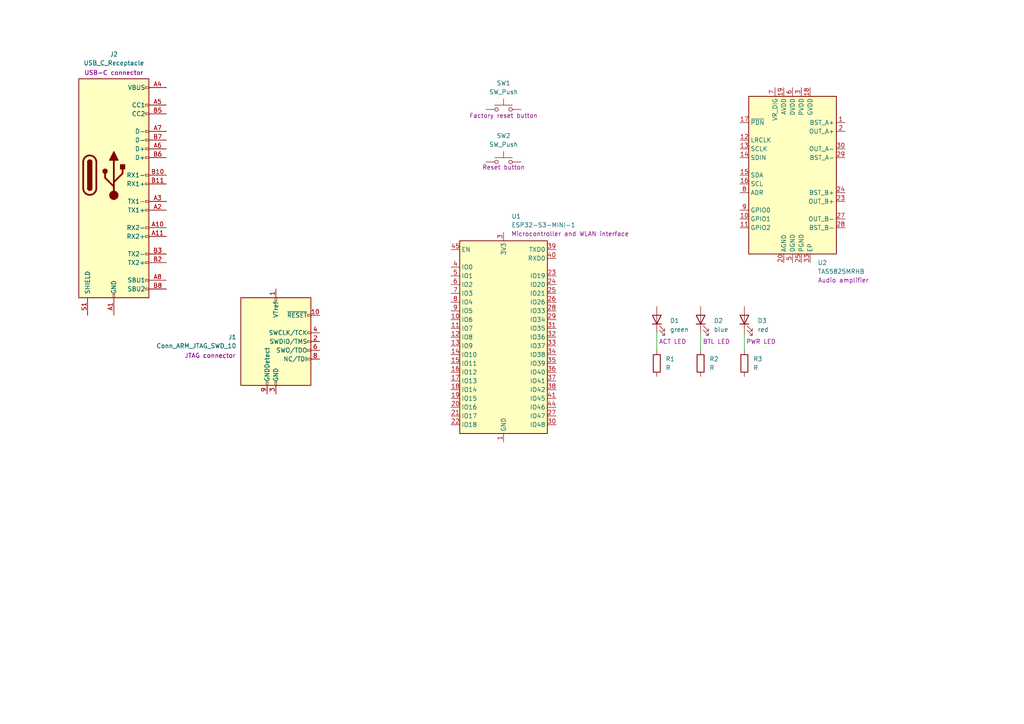
<source format=kicad_sch>
(kicad_sch (version 20231120) (generator "eeschema") (generator_version "8.0")
  (paper "A4")
  (title_block (title "soundbox"))
  (lib_symbols
    (symbol "Amplifier_Audio:TAS5825MRHB"
      (property "Reference" "U" (at -11.43 24.13 0))
      (property "Value" "TAS5825MRHB" (at 13.97 24.13 0))
      (symbol "TAS5825MRHB_0_1"
        (rectangle (start -12.7 22.86) (end 12.7 -22.86) (stroke (width 0.254)) (fill (type background)))
      )
      (symbol "TAS5825MRHB_1_1"
        (pin passive line (at 15.24 15.24 180) (length 2.54) (name "BST_A+") (number "1"))
        (pin bidirectional line (at -15.24 -12.7 0) (length 2.54) (name "GPIO1") (number "10"))
        (pin bidirectional line (at -15.24 -15.24 0) (length 2.54) (name "GPIO2") (number "11"))
        (pin input line (at -15.24 10.16 0) (length 2.54) (name "LRCLK") (number "12"))
        (pin input line (at -15.24 7.62 0) (length 2.54) (name "SCLK") (number "13"))
        (pin input line (at -15.24 5.08 0) (length 2.54) (name "SDIN") (number "14"))
        (pin bidirectional line (at -15.24 0 0) (length 2.54) (name "SDA") (number "15"))
        (pin input line (at -15.24 -2.54 0) (length 2.54) (name "SCL") (number "16"))
        (pin input line (at -15.24 15.24 0) (length 2.54) (name "~{PDN}") (number "17"))
        (pin passive line (at 5.08 25.4 270) (length 2.54) (name "GVDD") (number "18"))
        (pin passive line (at -2.54 25.4 270) (length 2.54) (name "AVDD") (number "19"))
        (pin output line (at 15.24 12.7 180) (length 2.54) (name "OUT_A+") (number "2"))
        (pin power_in line (at -2.54 -25.4 90) (length 2.54) (name "AGND") (number "20"))
        (pin passive line (at 2.54 25.4 270) (length 2.54) hide (name "PVDD") (number "21"))
        (pin passive line (at 2.54 25.4 270) (length 2.54) hide (name "PVDD") (number "22"))
        (pin output line (at 15.24 -7.62 180) (length 2.54) (name "OUT_B+") (number "23"))
        (pin passive line (at 15.24 -5.08 180) (length 2.54) (name "BST_B+") (number "24"))
        (pin power_in line (at 2.54 -25.4 90) (length 2.54) (name "PGND") (number "25"))
        (pin passive line (at 2.54 -25.4 90) (length 2.54) hide (name "PGND") (number "26"))
        (pin output line (at 15.24 -12.7 180) (length 2.54) (name "OUT_B-") (number "27"))
        (pin passive line (at 15.24 -15.24 180) (length 2.54) (name "BST_B-") (number "28"))
        (pin passive line (at 15.24 5.08 180) (length 2.54) (name "BST_A-") (number "29"))
        (pin power_in line (at 2.54 25.4 270) (length 2.54) (name "PVDD") (number "3"))
        (pin output line (at 15.24 7.62 180) (length 2.54) (name "OUT_A-") (number "30"))
        (pin passive line (at 2.54 -25.4 90) (length 2.54) hide (name "PGND") (number "31"))
        (pin passive line (at 2.54 -25.4 90) (length 2.54) hide (name "PGND") (number "32"))
        (pin passive line (at 5.08 -25.4 90) (length 2.54) (name "EP") (number "33"))
        (pin passive line (at 2.54 25.4 270) (length 2.54) hide (name "PVDD") (number "4"))
        (pin power_in line (at 0 -25.4 90) (length 2.54) (name "DGND") (number "5"))
        (pin power_in line (at 0 25.4 270) (length 2.54) (name "DVDD") (number "6"))
        (pin passive line (at -5.08 25.4 270) (length 2.54) (name "VR_DIG") (number "7"))
        (pin passive line (at -15.24 -5.08 0) (length 2.54) (name "ADR") (number "8"))
        (pin bidirectional line (at -15.24 -10.16 0) (length 2.54) (name "GPIO0") (number "9"))
      )
    )
    (symbol "Connector:Conn_ARM_JTAG_SWD_10" (pin_names (offset 1.016))
      (property "Reference" "J" (at -2.54 16.51 0))
      (property "Value" "Conn_ARM_JTAG_SWD_10" (at -2.54 13.97 0))
      (symbol "Conn_ARM_JTAG_SWD_10_0_1"
        (rectangle (start -10.16 12.7) (end 10.16 -12.7) (stroke (width 0.254)) (fill (type background)))
        (rectangle (start -2.794 -12.7) (end -2.286 -11.684))
        (rectangle (start -0.254 -12.7) (end 0.254 -11.684))
        (rectangle (start -0.254 12.7) (end 0.254 11.684))
        (rectangle (start 9.144 2.286) (end 10.16 2.794))
        (rectangle (start 10.16 -2.794) (end 9.144 -2.286))
        (rectangle (start 10.16 -0.254) (end 9.144 0.254))
        (rectangle (start 10.16 7.874) (end 9.144 7.366))
      )
      (symbol "Conn_ARM_JTAG_SWD_10_1_1"
        (rectangle (start 9.144 -5.334) (end 10.16 -4.826))
        (pin power_in line (at 0 15.24 270) (length 2.54) (name "VTref") (number "1"))
        (pin open_collector line (at 12.7 7.62 180) (length 2.54) (name "~{RESET}") (number "10"))
        (pin bidirectional line (at 12.7 0 180) (length 2.54) (name "SWDIO/TMS") (number "2"))
        (pin power_in line (at 0 -15.24 90) (length 2.54) (name "GND") (number "3"))
        (pin output line (at 12.7 2.54 180) (length 2.54) (name "SWCLK/TCK") (number "4"))
        (pin passive line (at 0 -15.24 90) (length 2.54) hide (name "GND") (number "5"))
        (pin input line (at 12.7 -2.54 180) (length 2.54) (name "SWO/TDO") (number "6"))
        (pin no_connect line (at -10.16 0 0) (length 2.54) hide (name "KEY") (number "7"))
        (pin output line (at 12.7 -5.08 180) (length 2.54) (name "NC/TDI") (number "8"))
        (pin passive line (at -2.54 -15.24 90) (length 2.54) (name "GNDDetect") (number "9"))
      )
    )
    (symbol "Connector:USB_C_Receptacle" (pin_names (offset 1.016))
      (property "Reference" "J" (at -10.16 29.21 0))
      (property "Value" "USB_C_Receptacle" (at 10.16 29.21 0))
      (symbol "USB_C_Receptacle_0_0"
        (rectangle (start -0.254 -35.56) (end 0.254 -34.544))
        (rectangle (start 10.16 -32.766) (end 9.144 -33.274))
        (rectangle (start 10.16 -30.226) (end 9.144 -30.734))
        (rectangle (start 10.16 -25.146) (end 9.144 -25.654))
        (rectangle (start 10.16 -22.606) (end 9.144 -23.114))
        (rectangle (start 10.16 -17.526) (end 9.144 -18.034))
        (rectangle (start 10.16 -14.986) (end 9.144 -15.494))
        (rectangle (start 10.16 -9.906) (end 9.144 -10.414))
        (rectangle (start 10.16 -7.366) (end 9.144 -7.874))
        (rectangle (start 10.16 -2.286) (end 9.144 -2.794))
        (rectangle (start 10.16 0.254) (end 9.144 -0.254))
        (rectangle (start 10.16 5.334) (end 9.144 4.826))
        (rectangle (start 10.16 7.874) (end 9.144 7.366))
        (rectangle (start 10.16 10.414) (end 9.144 9.906))
        (rectangle (start 10.16 12.954) (end 9.144 12.446))
        (rectangle (start 10.16 18.034) (end 9.144 17.526))
        (rectangle (start 10.16 20.574) (end 9.144 20.066))
        (rectangle (start 10.16 25.654) (end 9.144 25.146))
      )
      (symbol "USB_C_Receptacle_0_1"
        (rectangle (start -10.16 27.94) (end 10.16 -35.56) (stroke (width 0.254)) (fill (type background)))
        (arc (start -8.89 -3.81) (mid -6.985 -5.7067) (end -5.08 -3.81) (stroke (width 0.508)))
        (arc (start -7.62 -3.81) (mid -6.985 -4.4423) (end -6.35 -3.81) (stroke (width 0.254)))
        (arc (start -7.62 -3.81) (mid -6.985 -4.4423) (end -6.35 -3.81) (stroke (width 0.254)) (fill (type outline)))
        (rectangle (start -7.62 -3.81) (end -6.35 3.81) (stroke (width 0.254)) (fill (type outline)))
        (arc (start -6.35 3.81) (mid -6.985 4.4423) (end -7.62 3.81) (stroke (width 0.254)))
        (arc (start -6.35 3.81) (mid -6.985 4.4423) (end -7.62 3.81) (stroke (width 0.254)) (fill (type outline)))
        (arc (start -5.08 3.81) (mid -6.985 5.7067) (end -8.89 3.81) (stroke (width 0.508)))
        (polyline (pts (xy -8.89 -3.81) (xy -8.89 3.81)) (stroke (width 0.508)))
        (polyline (pts (xy -5.08 3.81) (xy -5.08 -3.81)) (stroke (width 0.508)))
      )
      (symbol "USB_C_Receptacle_1_1"
        (circle (center -2.54 1.143) (radius 0.635) (stroke (width 0.254)) (fill (type outline)))
        (circle (center 0 -5.842) (radius 1.27) (fill (type outline)))
        (polyline (pts (xy 0 -5.842) (xy 0 4.318)) (stroke (width 0.508)))
        (polyline (pts (xy 0 -3.302) (xy -2.54 -0.762) (xy -2.54 0.508)) (stroke (width 0.508)))
        (polyline (pts (xy 0 -2.032) (xy 2.54 0.508) (xy 2.54 1.778)) (stroke (width 0.508)))
        (polyline (pts (xy -1.27 4.318) (xy 0 6.858) (xy 1.27 4.318) (xy -1.27 4.318)) (stroke (width 0.254)) (fill (type outline)))
        (rectangle (start 1.905 1.778) (end 3.175 3.048) (stroke (width 0.254)) (fill (type outline)))
        (pin passive line (at 0 -40.64 90) (length 5.08) (name "GND") (number "A1"))
        (pin bidirectional line (at 15.24 -15.24 180) (length 5.08) (name "RX2-") (number "A10"))
        (pin bidirectional line (at 15.24 -17.78 180) (length 5.08) (name "RX2+") (number "A11"))
        (pin passive line (at 0 -40.64 90) (length 5.08) hide (name "GND") (number "A12"))
        (pin bidirectional line (at 15.24 -10.16 180) (length 5.08) (name "TX1+") (number "A2"))
        (pin bidirectional line (at 15.24 -7.62 180) (length 5.08) (name "TX1-") (number "A3"))
        (pin passive line (at 15.24 25.4 180) (length 5.08) (name "VBUS") (number "A4"))
        (pin bidirectional line (at 15.24 20.32 180) (length 5.08) (name "CC1") (number "A5"))
        (pin bidirectional line (at 15.24 7.62 180) (length 5.08) (name "D+") (number "A6"))
        (pin bidirectional line (at 15.24 12.7 180) (length 5.08) (name "D-") (number "A7"))
        (pin bidirectional line (at 15.24 -30.48 180) (length 5.08) (name "SBU1") (number "A8"))
        (pin passive line (at 15.24 25.4 180) (length 5.08) hide (name "VBUS") (number "A9"))
        (pin passive line (at 0 -40.64 90) (length 5.08) hide (name "GND") (number "B1"))
        (pin bidirectional line (at 15.24 0 180) (length 5.08) (name "RX1-") (number "B10"))
        (pin bidirectional line (at 15.24 -2.54 180) (length 5.08) (name "RX1+") (number "B11"))
        (pin passive line (at 0 -40.64 90) (length 5.08) hide (name "GND") (number "B12"))
        (pin bidirectional line (at 15.24 -25.4 180) (length 5.08) (name "TX2+") (number "B2"))
        (pin bidirectional line (at 15.24 -22.86 180) (length 5.08) (name "TX2-") (number "B3"))
        (pin passive line (at 15.24 25.4 180) (length 5.08) hide (name "VBUS") (number "B4"))
        (pin bidirectional line (at 15.24 17.78 180) (length 5.08) (name "CC2") (number "B5"))
        (pin bidirectional line (at 15.24 5.08 180) (length 5.08) (name "D+") (number "B6"))
        (pin bidirectional line (at 15.24 10.16 180) (length 5.08) (name "D-") (number "B7"))
        (pin bidirectional line (at 15.24 -33.02 180) (length 5.08) (name "SBU2") (number "B8"))
        (pin passive line (at 15.24 25.4 180) (length 5.08) hide (name "VBUS") (number "B9"))
        (pin passive line (at -7.62 -40.64 90) (length 5.08) (name "SHIELD") (number "S1"))
      )
    )
    (symbol "Device:LED" (pin_numbers hide) (pin_names (offset 1.016) hide)
      (property "Reference" "D" (at 0 2.54 0))
      (property "Value" "LED" (at 0 -2.54 0))
      (symbol "LED_0_1"
        (polyline (pts (xy -1.27 -1.27) (xy -1.27 1.27)) (stroke (width 0.254)))
        (polyline (pts (xy -1.27 0) (xy 1.27 0)))
        (polyline (pts (xy 1.27 -1.27) (xy 1.27 1.27) (xy -1.27 0) (xy 1.27 -1.27)) (stroke (width 0.254)))
        (polyline (pts (xy -3.048 -0.762) (xy -4.572 -2.286) (xy -3.81 -2.286) (xy -4.572 -2.286) (xy -4.572 -1.524)))
        (polyline (pts (xy -1.778 -0.762) (xy -3.302 -2.286) (xy -2.54 -2.286) (xy -3.302 -2.286) (xy -3.302 -1.524)))
      )
      (symbol "LED_1_1"
        (pin passive line (at -3.81 0 0) (length 2.54) (name "K") (number "1"))
        (pin passive line (at 3.81 0 180) (length 2.54) (name "A") (number "2"))
      )
    )
    (symbol "Device:R" (pin_numbers hide) (pin_names (offset 0))
      (property "Reference" "R" (at 2.032 0 90))
      (property "Value" "R" (at 0 0 90))
      (symbol "R_0_1"
        (rectangle (start -1.016 -2.54) (end 1.016 2.54) (stroke (width 0.254)))
      )
      (symbol "R_1_1"
        (pin passive line (at 0 3.81 270) (length 1.27) (name "~") (number "1"))
        (pin passive line (at 0 -3.81 90) (length 1.27) (name "~") (number "2"))
      )
    )
    (symbol "RF_Module:ESP32-S3-MINI-1"
      (property "Reference" "U" (at -11.43 29.21 0))
      (property "Value" "ESP32-S3-MINI-1" (at 12.7 29.21 0))
      (symbol "ESP32-S3-MINI-1_0_1"
        (rectangle (start -12.7 27.94) (end 12.7 -27.94) (stroke (width 0.254)) (fill (type background)))
      )
      (symbol "ESP32-S3-MINI-1_1_1"
        (pin power_in line (at 0 -30.48 90) (length 2.54) (name "GND") (number "1"))
        (pin bidirectional line (at -15.24 5.08 0) (length 2.54) (name "IO6") (number "10"))
        (pin bidirectional line (at -15.24 2.54 0) (length 2.54) (name "IO7") (number "11"))
        (pin bidirectional line (at -15.24 0 0) (length 2.54) (name "IO8") (number "12"))
        (pin bidirectional line (at -15.24 -2.54 0) (length 2.54) (name "IO9") (number "13"))
        (pin bidirectional line (at -15.24 -5.08 0) (length 2.54) (name "IO10") (number "14"))
        (pin bidirectional line (at -15.24 -7.62 0) (length 2.54) (name "IO11") (number "15"))
        (pin bidirectional line (at -15.24 -10.16 0) (length 2.54) (name "IO12") (number "16"))
        (pin bidirectional line (at -15.24 -12.7 0) (length 2.54) (name "IO13") (number "17"))
        (pin bidirectional line (at -15.24 -15.24 0) (length 2.54) (name "IO14") (number "18"))
        (pin bidirectional line (at -15.24 -17.78 0) (length 2.54) (name "IO15") (number "19"))
        (pin passive line (at 0 -30.48 90) (length 2.54) hide (name "GND") (number "2"))
        (pin bidirectional line (at -15.24 -20.32 0) (length 2.54) (name "IO16") (number "20"))
        (pin bidirectional line (at -15.24 -22.86 0) (length 2.54) (name "IO17") (number "21"))
        (pin bidirectional line (at -15.24 -25.4 0) (length 2.54) (name "IO18") (number "22"))
        (pin bidirectional line (at 15.24 17.78 180) (length 2.54) (name "IO19") (number "23"))
        (pin bidirectional line (at 15.24 15.24 180) (length 2.54) (name "IO20") (number "24"))
        (pin bidirectional line (at 15.24 12.7 180) (length 2.54) (name "IO21") (number "25"))
        (pin bidirectional line (at 15.24 10.16 180) (length 2.54) (name "IO26") (number "26"))
        (pin bidirectional line (at 15.24 -22.86 180) (length 2.54) (name "IO47") (number "27"))
        (pin bidirectional line (at 15.24 7.62 180) (length 2.54) (name "IO33") (number "28"))
        (pin bidirectional line (at 15.24 5.08 180) (length 2.54) (name "IO34") (number "29"))
        (pin power_in line (at 0 30.48 270) (length 2.54) (name "3V3") (number "3"))
        (pin bidirectional line (at 15.24 -25.4 180) (length 2.54) (name "IO48") (number "30"))
        (pin bidirectional line (at 15.24 2.54 180) (length 2.54) (name "IO35") (number "31"))
        (pin bidirectional line (at 15.24 0 180) (length 2.54) (name "IO36") (number "32"))
        (pin bidirectional line (at 15.24 -2.54 180) (length 2.54) (name "IO37") (number "33"))
        (pin bidirectional line (at 15.24 -5.08 180) (length 2.54) (name "IO38") (number "34"))
        (pin bidirectional line (at 15.24 -7.62 180) (length 2.54) (name "IO39") (number "35"))
        (pin bidirectional line (at 15.24 -10.16 180) (length 2.54) (name "IO40") (number "36"))
        (pin bidirectional line (at 15.24 -12.7 180) (length 2.54) (name "IO41") (number "37"))
        (pin bidirectional line (at 15.24 -15.24 180) (length 2.54) (name "IO42") (number "38"))
        (pin bidirectional line (at 15.24 25.4 180) (length 2.54) (name "TXD0") (number "39"))
        (pin bidirectional line (at -15.24 20.32 0) (length 2.54) (name "IO0") (number "4"))
        (pin bidirectional line (at 15.24 22.86 180) (length 2.54) (name "RXD0") (number "40"))
        (pin bidirectional line (at 15.24 -17.78 180) (length 2.54) (name "IO45") (number "41"))
        (pin passive line (at 0 -30.48 90) (length 2.54) hide (name "GND") (number "42"))
        (pin passive line (at 0 -30.48 90) (length 2.54) hide (name "GND") (number "43"))
        (pin bidirectional line (at 15.24 -20.32 180) (length 2.54) (name "IO46") (number "44"))
        (pin input line (at -15.24 25.4 0) (length 2.54) (name "EN") (number "45"))
        (pin passive line (at 0 -30.48 90) (length 2.54) hide (name "GND") (number "46"))
        (pin passive line (at 0 -30.48 90) (length 2.54) hide (name "GND") (number "47"))
        (pin passive line (at 0 -30.48 90) (length 2.54) hide (name "GND") (number "48"))
        (pin passive line (at 0 -30.48 90) (length 2.54) hide (name "GND") (number "49"))
        (pin bidirectional line (at -15.24 17.78 0) (length 2.54) (name "IO1") (number "5"))
        (pin passive line (at 0 -30.48 90) (length 2.54) hide (name "GND") (number "50"))
        (pin passive line (at 0 -30.48 90) (length 2.54) hide (name "GND") (number "51"))
        (pin passive line (at 0 -30.48 90) (length 2.54) hide (name "GND") (number "52"))
        (pin passive line (at 0 -30.48 90) (length 2.54) hide (name "GND") (number "53"))
        (pin passive line (at 0 -30.48 90) (length 2.54) hide (name "GND") (number "54"))
        (pin passive line (at 0 -30.48 90) (length 2.54) hide (name "GND") (number "55"))
        (pin passive line (at 0 -30.48 90) (length 2.54) hide (name "GND") (number "56"))
        (pin passive line (at 0 -30.48 90) (length 2.54) hide (name "GND") (number "57"))
        (pin passive line (at 0 -30.48 90) (length 2.54) hide (name "GND") (number "58"))
        (pin passive line (at 0 -30.48 90) (length 2.54) hide (name "GND") (number "59"))
        (pin bidirectional line (at -15.24 15.24 0) (length 2.54) (name "IO2") (number "6"))
        (pin passive line (at 0 -30.48 90) (length 2.54) hide (name "GND") (number "60"))
        (pin passive line (at 0 -30.48 90) (length 2.54) hide (name "GND") (number "61"))
        (pin passive line (at 0 -30.48 90) (length 2.54) hide (name "GND") (number "62"))
        (pin passive line (at 0 -30.48 90) (length 2.54) hide (name "GND") (number "63"))
        (pin passive line (at 0 -30.48 90) (length 2.54) hide (name "GND") (number "64"))
        (pin passive line (at 0 -30.48 90) (length 2.54) hide (name "GND") (number "65"))
        (pin bidirectional line (at -15.24 12.7 0) (length 2.54) (name "IO3") (number "7"))
        (pin bidirectional line (at -15.24 10.16 0) (length 2.54) (name "IO4") (number "8"))
        (pin bidirectional line (at -15.24 7.62 0) (length 2.54) (name "IO5") (number "9"))
      )
    )
    (symbol "Switch:SW_Push" (pin_numbers hide) (pin_names (offset 1.016) hide)
      (property "Reference" "SW" (at 1.27 2.54 0))
      (property "Value" "SW_Push" (at 0 -1.524 0))
      (symbol "SW_Push_0_1"
        (circle (center -2.032 0) (radius 0.508))
        (polyline (pts (xy 0 1.27) (xy 0 3.048)))
        (polyline (pts (xy 2.54 1.27) (xy -2.54 1.27)))
        (circle (center 2.032 0) (radius 0.508))
        (pin passive line (at -5.08 0 0) (length 2.54) (name "1") (number "1"))
        (pin passive line (at 5.08 0 180) (length 2.54) (name "2") (number "2"))
      )
    )
  )
  (wire (pts (xy 190.5 96.52) (xy 190.5 101.6)))
  (wire (pts (xy 203.2 96.52) (xy 203.2 101.6)))
  (wire (pts (xy 215.9 96.52) (xy 215.9 101.6)))
  (symbol (lib_id "RF_Module:ESP32-S3-MINI-1") (at 146.05 97.79 0) (unit 1)
    (property "Reference" "U1" (at 148.336 62.738 0) (effects (justify left)))
    (property "Value" "ESP32-S3-MINI-1" (at 148.336 65.278 0) (effects (justify left)))
    (property "Footprint" "RF_Module:ESP32-S2-MINI-1" (effects (hide yes)))
    (property "Datasheet" "https://www.espressif.com/sites/default/files/documentation/esp32-s3-mini-1_mini-1u_datasheet_en.pdf" (effects (hide yes)))
    (property "Description" "Microcontroller and WLAN interface" (at 165.354 67.818 0))
  )
  (symbol (lib_id "Connector:Conn_ARM_JTAG_SWD_10") (at 80.01 99.06 0) (unit 1)
    (property "Reference" "J1" (at 68.58 97.7899 0) (effects (justify right)))
    (property "Value" "Conn_ARM_JTAG_SWD_10" (at 68.58 100.3299 0) (effects (justify right)))
    (property "Datasheet" "http://infocenter.arm.com/help/topic/com.arm.doc.ddi0314h/DDI0314H_coresight_components_trm.pdf" (effects (hide yes)))
    (property "Description" "JTAG connector" (at 60.96 103.124 0))
  )
  (symbol (lib_id "Switch:SW_Push") (at 146.05 46.99 0) (unit 1)
    (property "Reference" "SW2" (at 146.05 39.37 0))
    (property "Value" "SW_Push" (at 146.05 41.91 0))
    (property "Description" "Reset button" (at 146.05 48.514 0))
  )
  (symbol (lib_id "Device:R") (at 215.9 105.41 0) (unit 1)
    (property "Reference" "R3" (at 218.44 104.1399 0) (effects (justify left)))
    (property "Value" "R" (at 218.44 106.6799 0) (effects (justify left)))
    (property "Description" "Resistor" (effects (hide yes)))
  )
  (symbol (lib_id "Connector:USB_C_Receptacle") (at 33.02 50.8 0) (unit 1)
    (property "Reference" "J2" (at 33.02 15.748 0))
    (property "Value" "USB_C_Receptacle" (at 33.02 18.288 0))
    (property "Datasheet" "https://www.usb.org/sites/default/files/documents/usb_type-c.zip" (effects (hide yes)))
    (property "Description" "USB-C connector" (at 33.02 21.082 0))
  )
  (symbol (lib_id "Switch:SW_Push") (at 146.05 31.75 0) (unit 1)
    (property "Reference" "SW1" (at 146.05 24.13 0))
    (property "Value" "SW_Push" (at 146.05 26.67 0))
    (property "Description" "Factory reset button" (at 146.05 33.528 0))
  )
  (symbol (lib_id "Device:R") (at 203.2 105.41 0) (unit 1)
    (property "Reference" "R2" (at 205.74 104.1399 0) (effects (justify left)))
    (property "Value" "R" (at 205.74 106.6799 0) (effects (justify left)))
    (property "Description" "Resistor" (effects (hide yes)))
  )
  (symbol (lib_id "Amplifier_Audio:TAS5825MRHB") (at 229.87 50.8 0) (unit 1)
    (property "Reference" "U2" (at 237.1441 76.2 0) (effects (justify left)))
    (property "Value" "TAS5825MRHB" (at 237.1441 78.74 0) (effects (justify left)))
    (property "Footprint" "Package_DFN_QFN:VQFN-32-1EP_5x5mm_P0.5mm_EP3.1x3.1mm" (effects (hide yes)))
    (property "Datasheet" "www.ti.com/lit/ds/symlink/tas5825m.pdf" (effects (hide yes)))
    (property "Description" "Audio amplifier" (at 244.602 81.28 0))
  )
  (symbol (lib_id "Device:LED") (at 190.5 92.71 90) (unit 1)
    (property "Reference" "D1" (at 194.31 93.0274 90) (effects (justify right)))
    (property "Value" "green" (at 194.31 95.5674 90) (effects (justify right)))
    (property "Description" "ACT LED" (at 195.072 99.06 90))
  )
  (symbol (lib_id "Device:R") (at 190.5 105.41 0) (unit 1)
    (property "Reference" "R1" (at 193.04 104.1399 0) (effects (justify left)))
    (property "Value" "R" (at 193.04 106.6799 0) (effects (justify left)))
    (property "Description" "Resistor" (effects (hide yes)))
  )
  (symbol (lib_id "Device:LED") (at 215.9 92.71 90) (unit 1)
    (property "Reference" "D3" (at 219.71 93.0274 90) (effects (justify right)))
    (property "Value" "red" (at 219.71 95.5674 90) (effects (justify right)))
    (property "Description" "PWR LED" (at 220.726 99.06 90))
  )
  (symbol (lib_id "Device:LED") (at 203.2 92.71 90) (unit 1)
    (property "Reference" "D2" (at 207.01 93.0274 90) (effects (justify right)))
    (property "Value" "blue" (at 207.01 95.5674 90) (effects (justify right)))
    (property "Description" "BTL LED" (at 207.772 99.06 90))
  )
)
</source>
